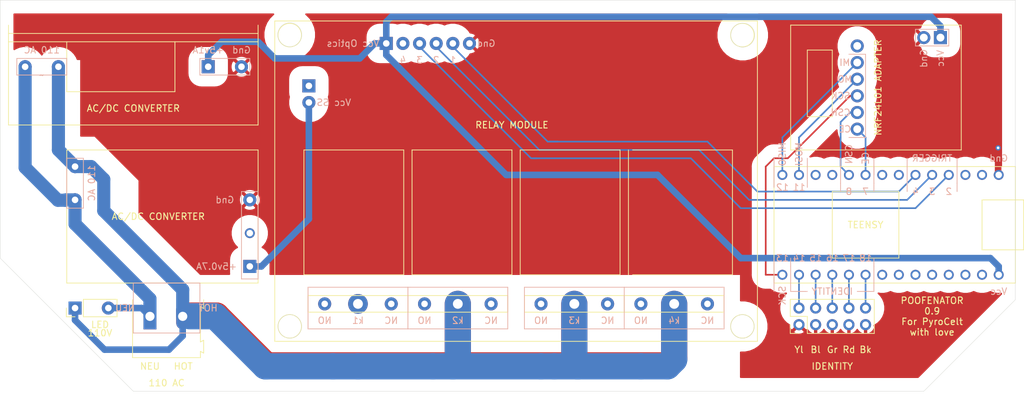
<source format=kicad_pcb>
(kicad_pcb (version 20171130) (host pcbnew 5.1.5)

  (general
    (thickness 1.6)
    (drawings 27)
    (tracks 120)
    (zones 0)
    (modules 8)
    (nets 2)
  )

  (page A4)
  (layers
    (0 F.Cu signal)
    (31 B.Cu signal)
    (32 B.Adhes user)
    (33 F.Adhes user)
    (34 B.Paste user)
    (35 F.Paste user)
    (36 B.SilkS user)
    (37 F.SilkS user)
    (38 B.Mask user)
    (39 F.Mask user)
    (40 Dwgs.User user)
    (41 Cmts.User user)
    (42 Eco1.User user)
    (43 Eco2.User user)
    (44 Edge.Cuts user)
    (45 Margin user)
    (46 B.CrtYd user)
    (47 F.CrtYd user)
    (48 B.Fab user)
    (49 F.Fab user)
  )

  (setup
    (last_trace_width 4)
    (user_trace_width 1)
    (user_trace_width 2)
    (user_trace_width 4)
    (trace_clearance 0.2)
    (zone_clearance 2)
    (zone_45_only yes)
    (trace_min 0.2)
    (via_size 0.8)
    (via_drill 0.4)
    (via_min_size 0.4)
    (via_min_drill 0.3)
    (uvia_size 0.3)
    (uvia_drill 0.1)
    (uvias_allowed no)
    (uvia_min_size 0.2)
    (uvia_min_drill 0.1)
    (edge_width 0.05)
    (segment_width 0.2)
    (pcb_text_width 0.3)
    (pcb_text_size 1.5 1.5)
    (mod_edge_width 0.12)
    (mod_text_size 1 1)
    (mod_text_width 0.15)
    (pad_size 1.524 1.524)
    (pad_drill 1)
    (pad_to_mask_clearance 0.051)
    (solder_mask_min_width 0.25)
    (aux_axis_origin 0 0)
    (visible_elements FFFFFF7F)
    (pcbplotparams
      (layerselection 0x010fc_ffffffff)
      (usegerberextensions false)
      (usegerberattributes false)
      (usegerberadvancedattributes false)
      (creategerberjobfile false)
      (excludeedgelayer true)
      (linewidth 0.100000)
      (plotframeref false)
      (viasonmask false)
      (mode 1)
      (useauxorigin false)
      (hpglpennumber 1)
      (hpglpenspeed 20)
      (hpglpendiameter 15.000000)
      (psnegative false)
      (psa4output false)
      (plotreference true)
      (plotvalue true)
      (plotinvisibletext false)
      (padsonsilk false)
      (subtractmaskfromsilk false)
      (outputformat 1)
      (mirror false)
      (drillshape 0)
      (scaleselection 1)
      (outputdirectory "plots/"))
  )

  (net 0 "")
  (net 1 GND)

  (net_class Default "This is the default net class."
    (clearance 0.2)
    (trace_width 0.25)
    (via_dia 0.8)
    (via_drill 0.4)
    (uvia_dia 0.3)
    (uvia_drill 0.1)
    (add_net GND)
  )

  (module "Poofer Control:4relaymodule" (layer F.Cu) (tedit 5E0FE9E5) (tstamp 5DC7AC68)
    (at 114.3 50.8)
    (fp_text reference b1 (at 37.465 14.605) (layer F.SilkS) hide
      (effects (font (size 1 1) (thickness 0.15)))
    )
    (fp_text value 4relaymodule (at 0 -0.5) (layer F.Fab)
      (effects (font (size 1 1) (thickness 0.15)))
    )
    (fp_text user "RELAY MODULE" (at 36.195 16.51) (layer F.SilkS)
      (effects (font (size 1 1) (thickness 0.15)))
    )
    (fp_circle (center 2.286 47.244) (end 1.016 48.514) (layer F.SilkS) (width 0.12))
    (fp_circle (center 71.374 47.244) (end 72.644 48.514) (layer F.SilkS) (width 0.12))
    (fp_circle (center 71.374 2.794) (end 72.644 1.524) (layer F.SilkS) (width 0.12))
    (fp_circle (center 2.286 2.794) (end 3.556 4.064) (layer F.SilkS) (width 0.12))
    (fp_text user Gnd (at 32.258 4.064) (layer B.SilkS)
      (effects (font (size 1 1) (thickness 0.15)) (justify mirror))
    )
    (fp_text user 1 (at 27.178 6.604) (layer B.SilkS)
      (effects (font (size 1 1) (thickness 0.15)) (justify mirror))
    )
    (fp_text user 2 (at 24.638 6.604) (layer B.SilkS)
      (effects (font (size 1 1) (thickness 0.15)) (justify mirror))
    )
    (fp_text user 3 (at 22.098 6.604) (layer B.SilkS)
      (effects (font (size 1 1) (thickness 0.15)) (justify mirror))
    )
    (fp_text user 4 (at 19.558 6.604) (layer B.SilkS)
      (effects (font (size 1 1) (thickness 0.15)) (justify mirror))
    )
    (fp_text user "Vcc Optics" (at 11.938 4.064) (layer B.SilkS)
      (effects (font (size 1 1) (thickness 0.15)) (justify mirror))
    )
    (fp_text user "Vcc SS" (at 9.017 13.081) (layer B.SilkS)
      (effects (font (size 1 1) (thickness 0.15)) (justify mirror))
    )
    (fp_line (start 68.58 47.625) (end 53.34 47.625) (layer B.SilkS) (width 0.12))
    (fp_line (start 68.58 41.275) (end 68.58 47.625) (layer B.SilkS) (width 0.12))
    (fp_line (start 53.34 41.275) (end 68.58 41.275) (layer B.SilkS) (width 0.12))
    (fp_line (start 53.34 41.275) (end 38.1 41.275) (layer B.SilkS) (width 0.12))
    (fp_line (start 53.34 47.625) (end 53.34 41.275) (layer B.SilkS) (width 0.12))
    (fp_line (start 38.1 47.625) (end 53.34 47.625) (layer B.SilkS) (width 0.12))
    (fp_line (start 38.1 41.275) (end 38.1 47.625) (layer B.SilkS) (width 0.12))
    (fp_line (start 35.56 47.625) (end 20.32 47.625) (layer B.SilkS) (width 0.12))
    (fp_line (start 35.56 41.275) (end 35.56 47.625) (layer B.SilkS) (width 0.12))
    (fp_line (start 20.32 41.275) (end 35.56 41.275) (layer B.SilkS) (width 0.12))
    (fp_line (start 5.08 47.625) (end 5.08 41.275) (layer B.SilkS) (width 0.12))
    (fp_line (start 20.32 47.625) (end 5.08 47.625) (layer B.SilkS) (width 0.12))
    (fp_line (start 20.32 41.275) (end 20.32 47.625) (layer B.SilkS) (width 0.12))
    (fp_line (start 5.08 41.275) (end 20.32 41.275) (layer B.SilkS) (width 0.12))
    (fp_text user NO (at 7.62 46.355) (layer B.SilkS)
      (effects (font (size 1 1) (thickness 0.15)) (justify mirror))
    )
    (fp_text user k1 (at 12.7 46.355) (layer B.SilkS)
      (effects (font (size 1 1) (thickness 0.15)) (justify mirror))
    )
    (fp_text user NC (at 17.78 46.355) (layer B.SilkS)
      (effects (font (size 1 1) (thickness 0.15)) (justify mirror))
    )
    (fp_text user NO (at 22.86 46.355) (layer B.SilkS)
      (effects (font (size 1 1) (thickness 0.15)) (justify mirror))
    )
    (fp_text user k2 (at 27.94 46.355) (layer B.SilkS)
      (effects (font (size 1 1) (thickness 0.15)) (justify mirror))
    )
    (fp_text user NC (at 33.02 46.355) (layer B.SilkS)
      (effects (font (size 1 1) (thickness 0.15)) (justify mirror))
    )
    (fp_text user NO (at 40.64 46.355) (layer B.SilkS)
      (effects (font (size 1 1) (thickness 0.15)) (justify mirror))
    )
    (fp_text user k3 (at 45.72 46.355) (layer B.SilkS)
      (effects (font (size 1 1) (thickness 0.15)) (justify mirror))
    )
    (fp_text user NC (at 50.8 46.355) (layer B.SilkS)
      (effects (font (size 1 1) (thickness 0.15)) (justify mirror))
    )
    (fp_text user NO (at 55.88 46.355) (layer B.SilkS)
      (effects (font (size 1 1) (thickness 0.15)) (justify mirror))
    )
    (fp_text user k4 (at 60.96 46.355) (layer B.SilkS)
      (effects (font (size 1 1) (thickness 0.15)) (justify mirror))
    )
    (fp_text user NC (at 66.04 46.355) (layer B.SilkS)
      (effects (font (size 1 1) (thickness 0.15)) (justify mirror))
    )
    (fp_line (start 53.34 42.545) (end 53.34 45.085) (layer F.SilkS) (width 0.12))
    (fp_line (start 68.58 42.545) (end 38.1 42.545) (layer F.SilkS) (width 0.12))
    (fp_line (start 68.58 45.085) (end 68.58 42.545) (layer F.SilkS) (width 0.12))
    (fp_line (start 38.1 45.085) (end 68.58 45.085) (layer F.SilkS) (width 0.12))
    (fp_line (start 38.1 42.545) (end 38.1 45.085) (layer F.SilkS) (width 0.12))
    (fp_line (start 20.32 42.545) (end 20.32 45.085) (layer F.SilkS) (width 0.12))
    (fp_line (start 5.08 45.085) (end 5.08 42.545) (layer F.SilkS) (width 0.12))
    (fp_line (start 35.56 45.085) (end 5.08 45.085) (layer F.SilkS) (width 0.12))
    (fp_line (start 35.56 42.545) (end 35.56 45.085) (layer F.SilkS) (width 0.12))
    (fp_line (start 5.08 42.545) (end 35.56 42.545) (layer F.SilkS) (width 0.12))
    (fp_line (start 36.195 39.37) (end 36.195 20.32) (layer F.SilkS) (width 0.12))
    (fp_line (start 36.195 20.32) (end 20.955 20.32) (layer F.SilkS) (width 0.12))
    (fp_line (start 20.955 20.32) (end 20.955 39.37) (layer F.SilkS) (width 0.12))
    (fp_line (start 20.955 39.37) (end 36.195 39.37) (layer F.SilkS) (width 0.12))
    (fp_line (start 52.705 39.37) (end 52.705 20.32) (layer F.SilkS) (width 0.12))
    (fp_line (start 52.705 20.32) (end 37.465 20.32) (layer F.SilkS) (width 0.12))
    (fp_line (start 37.465 20.32) (end 37.465 39.37) (layer F.SilkS) (width 0.12))
    (fp_line (start 37.465 39.37) (end 52.705 39.37) (layer F.SilkS) (width 0.12))
    (fp_line (start 69.85 39.37) (end 69.85 20.32) (layer F.SilkS) (width 0.12))
    (fp_line (start 69.85 20.32) (end 54.61 20.32) (layer F.SilkS) (width 0.12))
    (fp_line (start 53.975 20.32) (end 53.975 39.37) (layer F.SilkS) (width 0.12))
    (fp_line (start 54.61 39.37) (end 69.85 39.37) (layer F.SilkS) (width 0.12))
    (fp_line (start 4.445 20.32) (end 4.445 39.37) (layer F.SilkS) (width 0.12))
    (fp_line (start 19.685 20.32) (end 4.445 20.32) (layer F.SilkS) (width 0.12))
    (fp_line (start 19.685 39.37) (end 19.685 20.32) (layer F.SilkS) (width 0.12))
    (fp_line (start 4.445 39.37) (end 19.685 39.37) (layer F.SilkS) (width 0.12))
    (fp_line (start 0 49.53) (end 0 0.635) (layer F.SilkS) (width 0.12))
    (fp_line (start 73.66 49.53) (end 0 49.53) (layer F.SilkS) (width 0.12))
    (fp_line (start 73.66 0.635) (end 73.66 49.53) (layer F.SilkS) (width 0.12))
    (fp_line (start 0 0.635) (end 73.66 0.635) (layer F.SilkS) (width 0.12))
    (pad 12 thru_hole circle (at 29.718 4.064 270) (size 2 2) (drill 1) (layers *.Cu *.Mask)
      (net 1 GND))
    (pad 11 thru_hole circle (at 27.178 4.064 270) (size 2 2) (drill 1) (layers *.Cu *.Mask))
    (pad 10 thru_hole circle (at 24.638 4.064 270) (size 2 2) (drill 1) (layers *.Cu *.Mask))
    (pad 9 thru_hole circle (at 22.098 4.064 270) (size 2 2) (drill 1) (layers *.Cu *.Mask))
    (pad 8 thru_hole circle (at 19.558 4.064 270) (size 2 2) (drill 1) (layers *.Cu *.Mask))
    (pad 7 thru_hole rect (at 17.018 4.064 270) (size 2 2) (drill 1) (layers *.Cu *.Mask))
    (pad 6 thru_hole circle (at 5.207 13.081) (size 2 2) (drill 1) (layers *.Cu *.Mask))
    (pad 5 thru_hole rect (at 5.207 10.541 270) (size 2 2) (drill 1) (layers *.Cu *.Mask))
    (pad k3NC thru_hole circle (at 33.02 43.815) (size 2 2) (drill 1) (layers *.Cu *.Mask))
    (pad k3 thru_hole circle (at 27.94 43.815) (size 3 3) (drill 1.5) (layers *.Cu *.Mask))
    (pad k3NO thru_hole circle (at 22.86 43.815) (size 2 2) (drill 1) (layers *.Cu *.Mask))
    (pad k4NC thru_hole circle (at 17.78 43.815) (size 2 2) (drill 1) (layers *.Cu *.Mask))
    (pad k4 thru_hole circle (at 12.7 43.815) (size 3 3) (drill 1.5) (layers *.Cu *.Mask))
    (pad k4NO thru_hole circle (at 7.62 43.815) (size 2 2) (drill 1) (layers *.Cu *.Mask))
    (pad k2NO thru_hole circle (at 40.64 43.815) (size 2 2) (drill 1) (layers *.Cu *.Mask))
    (pad k2 thru_hole circle (at 45.72 43.815) (size 3 3) (drill 1.5) (layers *.Cu *.Mask))
    (pad k2NC thru_hole circle (at 50.8 43.815) (size 2 2) (drill 1) (layers *.Cu *.Mask))
    (pad K1NO thru_hole circle (at 55.88 43.815) (size 2 2) (drill 1) (layers *.Cu *.Mask))
    (pad k1 thru_hole circle (at 60.96 43.815) (size 3 3) (drill 1.5) (layers *.Cu *.Mask))
    (pad k4NC thru_hole circle (at 66.04 43.815) (size 2 2) (drill 1) (layers *.Cu *.Mask))
  )

  (module TerminalBlock:TerminalBlock_Altech_AK300-2_P5.00mm (layer F.Cu) (tedit 5E0FE876) (tstamp 5DC7EB56)
    (at 95.25 96.52)
    (descr "Altech AK300 terminal block, pitch 5.0mm, 45 degree angled, see http://www.mouser.com/ds/2/16/PCBMETRC-24178.pdf")
    (tags "Altech AK300 terminal block pitch 5.0mm")
    (fp_text reference REF** (at -1.92 -6.99) (layer F.SilkS) hide
      (effects (font (size 1 1) (thickness 0.15)))
    )
    (fp_text value TerminalBlock_Altech_AK300-2_P5.00mm (at 2.78 7.75) (layer F.Fab)
      (effects (font (size 1 1) (thickness 0.15)))
    )
    (fp_line (start 8.36 6.47) (end -2.83 6.47) (layer F.CrtYd) (width 0.05))
    (fp_line (start 8.36 6.47) (end 8.36 -2.54) (layer F.CrtYd) (width 0.05))
    (fp_line (start -2.83 -2.54) (end -2.83 6.47) (layer F.CrtYd) (width 0.05))
    (fp_line (start 3.36 -0.25) (end 6.67 -0.25) (layer F.Fab) (width 0.1))
    (fp_line (start 2.98 -0.25) (end 3.36 -0.25) (layer F.Fab) (width 0.1))
    (fp_line (start 7.05 -0.25) (end 6.67 -0.25) (layer F.Fab) (width 0.1))
    (fp_line (start 6.67 -0.64) (end 3.36 -0.64) (layer F.Fab) (width 0.1))
    (fp_line (start 7.61 -0.64) (end 6.67 -0.64) (layer F.Fab) (width 0.1))
    (fp_line (start 1.66 -0.64) (end 3.36 -0.64) (layer F.Fab) (width 0.1))
    (fp_line (start -1.64 -0.64) (end 1.66 -0.64) (layer F.Fab) (width 0.1))
    (fp_line (start -2.58 -0.64) (end -1.64 -0.64) (layer F.Fab) (width 0.1))
    (fp_line (start 1.66 -0.25) (end -1.64 -0.25) (layer F.Fab) (width 0.1))
    (fp_line (start 2.04 -0.25) (end 1.66 -0.25) (layer F.Fab) (width 0.1))
    (fp_line (start -2.02 -0.25) (end -1.64 -0.25) (layer F.Fab) (width 0.1))
    (fp_line (start 7.61 -2.54) (end 7.61 -1.65) (layer F.Fab) (width 0.1))
    (fp_line (start 7.61 -0.64) (end 7.61 4.06) (layer F.Fab) (width 0.1))
    (fp_line (start 7.61 -1.65) (end 7.61 -0.64) (layer F.Fab) (width 0.1))
    (fp_line (start -2.58 -0.64) (end -2.58 -2.54) (layer F.Fab) (width 0.1))
    (fp_line (start -2.58 6.22) (end -2.58 -0.64) (layer F.Fab) (width 0.1))
    (fp_line (start 6.67 0.51) (end 6.28 0.51) (layer F.Fab) (width 0.1))
    (fp_line (start 3.36 0.51) (end 3.74 0.51) (layer F.Fab) (width 0.1))
    (fp_line (start 1.66 0.51) (end 1.28 0.51) (layer F.Fab) (width 0.1))
    (fp_line (start -1.64 0.51) (end -1.26 0.51) (layer F.Fab) (width 0.1))
    (fp_line (start -1.64 3.68) (end -1.64 0.51) (layer F.Fab) (width 0.1))
    (fp_line (start 1.66 3.68) (end -1.64 3.68) (layer F.Fab) (width 0.1))
    (fp_line (start 1.66 3.68) (end 1.66 0.51) (layer F.Fab) (width 0.1))
    (fp_line (start 3.36 3.68) (end 3.36 0.51) (layer F.Fab) (width 0.1))
    (fp_line (start 6.67 3.68) (end 3.36 3.68) (layer F.Fab) (width 0.1))
    (fp_line (start 6.67 3.68) (end 6.67 0.51) (layer F.Fab) (width 0.1))
    (fp_line (start -2.02 4.32) (end -2.02 6.22) (layer F.Fab) (width 0.1))
    (fp_line (start 2.04 4.32) (end 2.04 -0.25) (layer F.Fab) (width 0.1))
    (fp_line (start 2.04 4.32) (end -2.02 4.32) (layer F.Fab) (width 0.1))
    (fp_line (start 7.05 4.32) (end 7.05 6.22) (layer F.Fab) (width 0.1))
    (fp_line (start 2.98 4.32) (end 2.98 -0.25) (layer F.Fab) (width 0.1))
    (fp_line (start 2.98 4.32) (end 7.05 4.32) (layer F.Fab) (width 0.1))
    (fp_line (start -2.02 6.22) (end 2.04 6.22) (layer F.Fab) (width 0.1))
    (fp_line (start -2.58 6.22) (end -2.02 6.22) (layer F.Fab) (width 0.1))
    (fp_line (start -2.02 -0.25) (end -2.02 4.32) (layer F.Fab) (width 0.1))
    (fp_line (start 2.04 6.22) (end 2.98 6.22) (layer F.Fab) (width 0.1))
    (fp_line (start 2.04 6.22) (end 2.04 4.32) (layer F.Fab) (width 0.1))
    (fp_line (start 7.05 6.22) (end 7.61 6.22) (layer F.Fab) (width 0.1))
    (fp_line (start 2.98 6.22) (end 7.05 6.22) (layer F.Fab) (width 0.1))
    (fp_line (start 7.05 -0.25) (end 7.05 4.32) (layer F.Fab) (width 0.1))
    (fp_line (start 2.98 6.22) (end 2.98 4.32) (layer F.Fab) (width 0.1))
    (fp_line (start 8.11 3.81) (end 8.11 5.46) (layer F.Fab) (width 0.1))
    (fp_line (start 7.61 4.06) (end 7.61 5.21) (layer F.Fab) (width 0.1))
    (fp_line (start 8.11 3.81) (end 7.61 4.06) (layer F.Fab) (width 0.1))
    (fp_line (start 7.61 5.21) (end 7.61 6.22) (layer F.Fab) (width 0.1))
    (fp_line (start 8.11 5.46) (end 7.61 5.21) (layer F.Fab) (width 0.1))
    (fp_line (start 8.11 -1.4) (end 7.61 -1.65) (layer F.Fab) (width 0.1))
    (fp_line (start 8.11 -2.54) (end 8.11 -1.4) (layer F.Fab) (width 0.1))
    (fp_line (start 3.74 2.54) (end 3.74 -0.25) (layer F.Fab) (width 0.1))
    (fp_line (start 3.74 -0.25) (end 6.28 -0.25) (layer F.Fab) (width 0.1))
    (fp_line (start 6.28 2.54) (end 6.28 -0.25) (layer F.Fab) (width 0.1))
    (fp_line (start 3.74 2.54) (end 6.28 2.54) (layer F.Fab) (width 0.1))
    (fp_line (start -1.26 2.54) (end -1.26 -0.25) (layer F.Fab) (width 0.1))
    (fp_line (start -1.26 -0.25) (end 1.28 -0.25) (layer F.Fab) (width 0.1))
    (fp_line (start 1.28 2.54) (end 1.28 -0.25) (layer F.Fab) (width 0.1))
    (fp_line (start -1.26 2.54) (end 1.28 2.54) (layer F.Fab) (width 0.1))
    (fp_line (start 8.2 -1.2) (end 8.2 -2.54) (layer F.SilkS) (width 0.12))
    (fp_line (start 7.7 -1.5) (end 8.2 -1.2) (layer F.SilkS) (width 0.12))
    (fp_line (start 7.7 3.9) (end 7.7 -1.5) (layer F.SilkS) (width 0.12))
    (fp_line (start 8.2 3.65) (end 7.7 3.9) (layer F.SilkS) (width 0.12))
    (fp_line (start 8.2 3.7) (end 8.2 3.65) (layer F.SilkS) (width 0.12))
    (fp_line (start 8.2 5.6) (end 8.2 3.7) (layer F.SilkS) (width 0.12))
    (fp_line (start 7.7 5.35) (end 8.2 5.6) (layer F.SilkS) (width 0.12))
    (fp_line (start 7.7 6.3) (end 7.7 5.35) (layer F.SilkS) (width 0.12))
    (fp_line (start -2.65 6.3) (end 7.7 6.3) (layer F.SilkS) (width 0.12))
    (fp_line (start -2.65 -2.54) (end -2.65 6.3) (layer F.SilkS) (width 0.12))
    (fp_text user %R (at 2.5 -2) (layer F.Fab) hide
      (effects (font (size 1 1) (thickness 0.15)))
    )
    (pad 2 thru_hole oval (at 5 0) (size 1.98 3.96) (drill 1.4) (layers *.Cu *.Mask))
    (pad 1 thru_hole rect (at 0 0) (size 1.98 3.96) (drill 1.4) (layers *.Cu *.Mask))
    (model ${KISYS3DMOD}/TerminalBlock.3dshapes/TerminalBlock_Altech_AK300-2_P5.00mm.wrl
      (at (xyz 0 0 0))
      (scale (xyz 1 1 1))
      (rotate (xyz 0 0 0))
    )
  )

  (module "Poofer Control:ACDCPSU-XL-007" (layer F.Cu) (tedit 5E0FE897) (tstamp 5DC7BEF0)
    (at 81.28 71.12)
    (fp_text reference PSU2 (at 15.24 7.62) (layer F.SilkS) hide
      (effects (font (size 1 1) (thickness 0.15)))
    )
    (fp_text value ACDCPSU-XL-007 (at 0 -0.5) (layer F.Fab)
      (effects (font (size 1 1) (thickness 0.15)))
    )
    (fp_line (start 27.94 19.685) (end 27.94 6.35) (layer B.SilkS) (width 0.12))
    (fp_line (start 30.48 19.685) (end 27.94 19.685) (layer B.SilkS) (width 0.12))
    (fp_line (start 30.48 6.35) (end 30.48 19.685) (layer B.SilkS) (width 0.12))
    (fp_line (start 27.94 6.35) (end 30.48 6.35) (layer B.SilkS) (width 0.12))
    (fp_line (start 1.27 1.27) (end 3.81 1.27) (layer B.SilkS) (width 0.12))
    (fp_line (start 1.27 8.89) (end 1.27 1.27) (layer B.SilkS) (width 0.12))
    (fp_line (start 3.81 8.89) (end 1.27 8.89) (layer B.SilkS) (width 0.12))
    (fp_line (start 3.81 1.27) (end 3.81 8.89) (layer B.SilkS) (width 0.12))
    (fp_text user Gnd (at 25.4 7.62) (layer B.SilkS)
      (effects (font (size 1 1) (thickness 0.15)) (justify mirror))
    )
    (fp_text user +5v0.7A (at 24.13 17.78) (layer B.SilkS)
      (effects (font (size 1 1) (thickness 0.15)) (justify mirror))
    )
    (fp_text user "110 AC" (at 5.08 5.08 90) (layer B.SilkS)
      (effects (font (size 1 1) (thickness 0.15)) (justify mirror))
    )
    (fp_text user "AC/DC CONVERTER" (at 15.24 10.16) (layer F.SilkS)
      (effects (font (size 1 1) (thickness 0.15)))
    )
    (fp_line (start 1.27 20.32) (end 1.27 0) (layer F.SilkS) (width 0.12))
    (fp_line (start 30.48 20.32) (end 1.27 20.32) (layer F.SilkS) (width 0.12))
    (fp_line (start 30.48 0) (end 30.48 20.32) (layer F.SilkS) (width 0.12))
    (fp_line (start 1.27 0) (end 30.48 0) (layer F.SilkS) (width 0.12))
    (pad 4 thru_hole circle (at 29.21 7.62) (size 2 2) (drill 1) (layers *.Cu *.Mask)
      (net 1 GND))
    (pad 6 thru_hole circle (at 29.21 12.7) (size 1.524 1.524) (drill 1) (layers *.Cu *.Mask))
    (pad 3 thru_hole rect (at 29.21 17.78) (size 2 2) (drill 1) (layers *.Cu *.Mask))
    (pad 2 thru_hole circle (at 2.54 7.62) (size 2 2) (drill 1) (layers *.Cu *.Mask))
    (pad 1 thru_hole circle (at 2.54 2.54) (size 2 2) (drill 1) (layers *.Cu *.Mask))
  )

  (module "Poofer Control:TeensyLC" (layer F.Cu) (tedit 5E0FEC84) (tstamp 5DC7BBDC)
    (at 190.5 73.66)
    (fp_text reference b3 (at 3.81 5.08 180) (layer F.SilkS) hide
      (effects (font (size 1 1) (thickness 0.15)))
    )
    (fp_text value TeensyLC (at 0 -0.5 180) (layer F.Fab)
      (effects (font (size 1 1) (thickness 0.15)))
    )
    (fp_line (start 27.94 2.54) (end 27.94 3.81) (layer B.SilkS) (width 0.12))
    (fp_line (start 20.32 2.54) (end 20.32 3.81) (layer B.SilkS) (width 0.12))
    (fp_line (start 15.24 2.54) (end 15.24 3.81) (layer B.SilkS) (width 0.12))
    (fp_line (start 10.16 2.54) (end 10.16 3.81) (layer B.SilkS) (width 0.12))
    (fp_line (start 2.54 13.97) (end 2.54 15.24) (layer B.SilkS) (width 0.12))
    (fp_line (start 15.24 13.97) (end 15.24 15.24) (layer B.SilkS) (width 0.12))
    (fp_line (start 20.32 -1.27) (end 20.32 2.54) (layer B.SilkS) (width 0.12))
    (fp_line (start 27.94 -1.27) (end 27.94 2.54) (layer B.SilkS) (width 0.12))
    (fp_text user TRIGGER (at 24.13 -1.27 180) (layer B.SilkS)
      (effects (font (size 1 1) (thickness 0.15)) (justify mirror))
    )
    (fp_text user 4 (at 21.59 3.81 180) (layer B.SilkS)
      (effects (font (size 1 1) (thickness 0.15)) (justify mirror))
    )
    (fp_text user 3 (at 24.13 3.81 180) (layer B.SilkS)
      (effects (font (size 1 1) (thickness 0.15)) (justify mirror))
    )
    (fp_text user 2 (at 26.67 3.81 180) (layer B.SilkS)
      (effects (font (size 1 1) (thickness 0.15)) (justify mirror))
    )
    (fp_line (start 10.16 -1.27) (end 10.16 0) (layer B.SilkS) (width 0.12))
    (fp_line (start 15.24 -1.27) (end 15.24 1.27) (layer B.SilkS) (width 0.12))
    (fp_line (start 15.24 0) (end 15.24 2.54) (layer B.SilkS) (width 0.12))
    (fp_line (start 10.16 0) (end 10.16 2.54) (layer B.SilkS) (width 0.12))
    (fp_text user CSN (at 11.43 -1.905 90) (layer B.SilkS)
      (effects (font (size 1 1) (thickness 0.15)) (justify mirror))
    )
    (fp_text user CE (at 13.97 -1.27 90) (layer B.SilkS)
      (effects (font (size 1 1) (thickness 0.15)) (justify mirror))
    )
    (fp_text user 8 (at 11.43 3.81 180) (layer B.SilkS)
      (effects (font (size 1 1) (thickness 0.15)) (justify mirror))
    )
    (fp_text user 7 (at 13.97 3.81 180) (layer B.SilkS)
      (effects (font (size 1 1) (thickness 0.15)) (justify mirror))
    )
    (fp_line (start 15.24 19.05) (end 15.24 15.24) (layer B.SilkS) (width 0.12))
    (fp_line (start 12.7 19.05) (end 15.24 19.05) (layer B.SilkS) (width 0.12))
    (fp_line (start 2.54 19.05) (end 5.08 19.05) (layer B.SilkS) (width 0.12))
    (fp_line (start 2.54 15.24) (end 2.54 19.05) (layer B.SilkS) (width 0.12))
    (fp_text user IDENTITY (at 8.89 19.05 180) (layer B.SilkS)
      (effects (font (size 1 1) (thickness 0.15)) (justify mirror))
    )
    (fp_text user 18 (at 13.97 13.97 180) (layer B.SilkS)
      (effects (font (size 1 1) (thickness 0.15)) (justify mirror))
    )
    (fp_text user 17 (at 11.43 13.97 180) (layer B.SilkS)
      (effects (font (size 1 1) (thickness 0.15)) (justify mirror))
    )
    (fp_text user 16 (at 8.89 13.97 180) (layer B.SilkS)
      (effects (font (size 1 1) (thickness 0.15)) (justify mirror))
    )
    (fp_text user 15 (at 6.35 13.97 180) (layer B.SilkS)
      (effects (font (size 1 1) (thickness 0.15)) (justify mirror))
    )
    (fp_text user 14 (at 3.81 13.97 180) (layer B.SilkS)
      (effects (font (size 1 1) (thickness 0.15)) (justify mirror))
    )
    (fp_text user Vcc (at 34.29 19.05 180) (layer B.SilkS)
      (effects (font (size 1 1) (thickness 0.15)) (justify mirror))
    )
    (fp_text user Gnd (at 34.29 -1.27 180) (layer B.SilkS)
      (effects (font (size 1 1) (thickness 0.15)) (justify mirror))
    )
    (fp_text user TEENSY (at 13.97 8.89 180) (layer F.SilkS)
      (effects (font (size 1 1) (thickness 0.15)))
    )
    (fp_line (start 8.89 3.81) (end 8.89 13.97) (layer F.SilkS) (width 0.12))
    (fp_line (start 19.05 3.81) (end 8.89 3.81) (layer F.SilkS) (width 0.12))
    (fp_line (start 19.05 13.97) (end 19.05 3.81) (layer F.SilkS) (width 0.12))
    (fp_line (start 8.89 13.97) (end 19.05 13.97) (layer F.SilkS) (width 0.12))
    (fp_line (start 31.75 5.08) (end 35.56 5.08) (layer F.SilkS) (width 0.12))
    (fp_line (start 31.75 12.7) (end 31.75 5.08) (layer F.SilkS) (width 0.12))
    (fp_line (start 38.1 12.7) (end 31.75 12.7) (layer F.SilkS) (width 0.12))
    (fp_line (start 38.1 5.08) (end 38.1 12.7) (layer F.SilkS) (width 0.12))
    (fp_line (start 35.56 5.08) (end 38.1 5.08) (layer F.SilkS) (width 0.12))
    (fp_line (start 0 17.78) (end 0 0) (layer F.SilkS) (width 0.12))
    (fp_line (start 36.83 17.78) (end 0 17.78) (layer F.SilkS) (width 0.12))
    (fp_line (start 36.83 0) (end 36.83 17.78) (layer F.SilkS) (width 0.12))
    (fp_line (start 0 0) (end 36.83 0) (layer F.SilkS) (width 0.12))
    (fp_text user MISO (at 1.27 -1.905 90) (layer B.SilkS)
      (effects (font (size 1 1) (thickness 0.15)) (justify mirror))
    )
    (fp_text user MOSI (at 3.81 -1.905 90) (layer B.SilkS)
      (effects (font (size 1 1) (thickness 0.15)) (justify mirror))
    )
    (fp_text user SCK (at 1.27 19.685 90) (layer B.SilkS)
      (effects (font (size 1 1) (thickness 0.15)) (justify mirror))
    )
    (fp_text user 11 (at 3.81 3.175) (layer B.SilkS)
      (effects (font (size 1 1) (thickness 0.15)) (justify mirror))
    )
    (fp_text user 12 (at 1.27 3.175) (layer B.SilkS)
      (effects (font (size 1 1) (thickness 0.15)) (justify mirror))
    )
    (fp_text user 13 (at 1.27 13.97) (layer B.SilkS)
      (effects (font (size 1 1) (thickness 0.15)) (justify mirror))
    )
    (fp_line (start 0 13.97) (end 0 19.05) (layer B.SilkS) (width 0.12))
    (fp_line (start 0 3.175) (end 0 -1.27) (layer B.SilkS) (width 0.12))
    (fp_line (start 5.08 -1.27) (end 5.08 3.175) (layer B.SilkS) (width 0.12))
    (pad 28 thru_hole circle (at 1.27 1.27) (size 1.524 1.524) (drill 1) (layers *.Cu *.Mask))
    (pad 27 thru_hole circle (at 3.81 1.27) (size 1.524 1.524) (drill 1) (layers *.Cu *.Mask))
    (pad 26 thru_hole circle (at 6.35 1.27) (size 1.524 1.524) (drill 1) (layers *.Cu *.Mask))
    (pad 25 thru_hole circle (at 8.89 1.27) (size 1.524 1.524) (drill 1) (layers *.Cu *.Mask))
    (pad 24 thru_hole circle (at 11.43 1.27) (size 1.524 1.524) (drill 1) (layers *.Cu *.Mask))
    (pad 23 thru_hole circle (at 13.97 1.27) (size 1.524 1.524) (drill 1) (layers *.Cu *.Mask))
    (pad 22 thru_hole circle (at 16.51 1.27) (size 1.524 1.524) (drill 1) (layers *.Cu *.Mask))
    (pad 21 thru_hole circle (at 19.05 1.27) (size 1.524 1.524) (drill 1) (layers *.Cu *.Mask))
    (pad 20 thru_hole circle (at 21.59 1.27) (size 1.524 1.524) (drill 1) (layers *.Cu *.Mask))
    (pad 19 thru_hole circle (at 24.13 1.27) (size 1.524 1.524) (drill 1) (layers *.Cu *.Mask))
    (pad 18 thru_hole circle (at 26.67 1.27) (size 1.524 1.524) (drill 1) (layers *.Cu *.Mask))
    (pad 17 thru_hole circle (at 29.21 1.27) (size 1.524 1.524) (drill 1) (layers *.Cu *.Mask))
    (pad 16 thru_hole circle (at 31.75 1.27) (size 1.524 1.524) (drill 1) (layers *.Cu *.Mask))
    (pad 15 thru_hole circle (at 34.29 1.27) (size 1.524 1.524) (drill 1) (layers *.Cu *.Mask)
      (net 1 GND))
    (pad 14 thru_hole circle (at 34.29 16.51) (size 1.524 1.524) (drill 1) (layers *.Cu *.Mask))
    (pad 13 thru_hole circle (at 31.75 16.51) (size 1.524 1.524) (drill 1) (layers *.Cu *.Mask))
    (pad 12 thru_hole circle (at 29.21 16.51) (size 1.524 1.524) (drill 1) (layers *.Cu *.Mask))
    (pad 11 thru_hole circle (at 26.67 16.51) (size 1.524 1.524) (drill 1) (layers *.Cu *.Mask))
    (pad 10 thru_hole circle (at 24.13 16.51) (size 1.524 1.524) (drill 1) (layers *.Cu *.Mask))
    (pad 9 thru_hole circle (at 21.59 16.51) (size 1.524 1.524) (drill 1) (layers *.Cu *.Mask))
    (pad 8 thru_hole circle (at 19.05 16.51) (size 1.524 1.524) (drill 1) (layers *.Cu *.Mask))
    (pad 7 thru_hole circle (at 16.51 16.51) (size 1.524 1.524) (drill 1) (layers *.Cu *.Mask))
    (pad 6 thru_hole circle (at 13.97 16.51) (size 1.524 1.524) (drill 1) (layers *.Cu *.Mask))
    (pad 5 thru_hole circle (at 11.43 16.51) (size 1.524 1.524) (drill 1) (layers *.Cu *.Mask))
    (pad 4 thru_hole circle (at 8.89 16.51) (size 1.524 1.524) (drill 1) (layers *.Cu *.Mask))
    (pad 3 thru_hole circle (at 6.35 16.51) (size 1.524 1.524) (drill 1) (layers *.Cu *.Mask))
    (pad 2 thru_hole circle (at 3.81 16.51) (size 1.524 1.524) (drill 1) (layers *.Cu *.Mask))
    (pad 1 thru_hole circle (at 1.27 16.51) (size 1.524 1.524) (drill 1) (layers *.Cu *.Mask))
  )

  (module "Poofer Control:NRF2401-Adapter" (layer F.Cu) (tedit 5E0FEA85) (tstamp 5DC7C834)
    (at 214.63 71.12 180)
    (fp_text reference b2 (at 3.81 8.89 180) (layer F.SilkS) hide
      (effects (font (size 1 1) (thickness 0.15)))
    )
    (fp_text value NRF2401-Adapter (at 0 -0.5 180) (layer F.Fab)
      (effects (font (size 1 1) (thickness 0.15)))
    )
    (fp_line (start -4.445 19.05) (end 21.59 19.05) (layer F.SilkS) (width 0.12))
    (fp_line (start -4.445 0) (end -4.445 19.05) (layer F.SilkS) (width 0.12))
    (fp_line (start 21.59 0) (end -4.445 0) (layer F.SilkS) (width 0.12))
    (fp_line (start -2.54 15.875) (end 2.54 15.875) (layer B.SilkS) (width 0.12))
    (fp_line (start -2.54 18.415) (end -2.54 15.875) (layer B.SilkS) (width 0.12))
    (fp_line (start 2.54 18.415) (end -2.54 18.415) (layer B.SilkS) (width 0.12))
    (fp_line (start 2.54 15.875) (end 2.54 18.415) (layer B.SilkS) (width 0.12))
    (fp_line (start 10.16 14.605) (end 12.7 14.605) (layer B.SilkS) (width 0.12))
    (fp_line (start 10.16 1.905) (end 10.16 14.605) (layer B.SilkS) (width 0.12))
    (fp_line (start 12.7 1.905) (end 10.16 1.905) (layer B.SilkS) (width 0.12))
    (fp_text user MI (at 13.335 13.335 180) (layer B.SilkS)
      (effects (font (size 1 1) (thickness 0.15)) (justify mirror))
    )
    (fp_text user MO (at 13.335 10.795 180) (layer B.SilkS)
      (effects (font (size 1 1) (thickness 0.15)) (justify mirror))
    )
    (fp_text user SCK (at 13.97 8.255 180) (layer B.SilkS)
      (effects (font (size 1 1) (thickness 0.15)) (justify mirror))
    )
    (fp_text user CSN (at 13.97 5.715 180) (layer B.SilkS)
      (effects (font (size 1 1) (thickness 0.15)) (justify mirror))
    )
    (fp_text user CE (at 13.335 3.175 180) (layer B.SilkS)
      (effects (font (size 1 1) (thickness 0.15)) (justify mirror))
    )
    (fp_text user Gnd (at 1.27 13.97 270) (layer B.SilkS)
      (effects (font (size 1 1) (thickness 0.15)) (justify mirror))
    )
    (fp_text user Vcc (at -1.27 13.97 270) (layer B.SilkS)
      (effects (font (size 1 1) (thickness 0.15)) (justify mirror))
    )
    (fp_text user "NRF24L01 ADAPTER" (at 8.255 9.525 270) (layer F.SilkS)
      (effects (font (size 1 1) (thickness 0.15)))
    )
    (fp_line (start 15.24 5.08) (end 19.05 5.08) (layer F.SilkS) (width 0.12))
    (fp_line (start 15.24 15.24) (end 15.24 5.08) (layer F.SilkS) (width 0.12))
    (fp_line (start 19.05 15.24) (end 15.24 15.24) (layer F.SilkS) (width 0.12))
    (fp_line (start 19.05 5.08) (end 19.05 15.24) (layer F.SilkS) (width 0.12))
    (fp_line (start 21.59 0) (end 21.59 19.05) (layer F.SilkS) (width 0.12))
    (pad 8 thru_hole circle (at 11.43 3.175 180) (size 2 2) (drill 1.2) (layers *.Cu *.Mask))
    (pad 7 thru_hole circle (at 11.43 5.715 180) (size 2 2) (drill 1.2) (layers *.Cu *.Mask))
    (pad 6 thru_hole circle (at 11.43 8.255 180) (size 2 2) (drill 1.2) (layers *.Cu *.Mask))
    (pad 5 thru_hole circle (at 11.43 10.795 180) (size 2 2) (drill 1.2) (layers *.Cu *.Mask))
    (pad 4 thru_hole circle (at 11.43 13.335 180) (size 2 2) (drill 1.2) (layers *.Cu *.Mask))
    (pad 3 thru_hole circle (at 11.43 15.875 180) (size 2 2) (drill 1.2) (layers *.Cu *.Mask))
    (pad 2 thru_hole circle (at 1.27 17.145 180) (size 2 2) (drill 1.2) (layers *.Cu *.Mask)
      (net 1 GND))
    (pad 1 thru_hole rect (at -1.27 17.145 180) (size 2 2) (drill 1.2) (layers *.Cu *.Mask))
  )

  (module "Poofer Control:ACDCPSU-SPSD-5S" (layer F.Cu) (tedit 5E0FE8AB) (tstamp 5DC7AF9A)
    (at 111.76 67.31 180)
    (fp_text reference PSU1 (at 19.05 7.62 180) (layer F.SilkS) hide
      (effects (font (size 1 1) (thickness 0.15)))
    )
    (fp_text value ACDCPSU-SPSD-5S (at 0 -0.5 180) (layer F.Fab)
      (effects (font (size 1 1) (thickness 0.15)))
    )
    (fp_line (start 36.83 7.62) (end 29.21 7.62) (layer B.SilkS) (width 0.12))
    (fp_line (start 36.83 10.16) (end 36.83 7.62) (layer B.SilkS) (width 0.12))
    (fp_line (start 29.21 10.16) (end 36.83 10.16) (layer B.SilkS) (width 0.12))
    (fp_line (start 29.21 7.62) (end 29.21 10.16) (layer B.SilkS) (width 0.12))
    (fp_line (start 8.89 7.62) (end 1.27 7.62) (layer B.SilkS) (width 0.12))
    (fp_line (start 8.89 10.16) (end 8.89 7.62) (layer B.SilkS) (width 0.12))
    (fp_line (start 1.27 10.16) (end 8.89 10.16) (layer B.SilkS) (width 0.12))
    (fp_line (start 1.27 7.62) (end 1.27 10.16) (layer B.SilkS) (width 0.12))
    (fp_text user "AC/DC CONVERTER" (at 19.05 2.54 180) (layer F.SilkS)
      (effects (font (size 1 1) (thickness 0.15)))
    )
    (fp_text user Gnd (at 2.54 11.43 180) (layer B.SilkS)
      (effects (font (size 1 1) (thickness 0.15)) (justify mirror))
    )
    (fp_text user +5v1A (at 7.62 11.43 180) (layer B.SilkS)
      (effects (font (size 1 1) (thickness 0.15)) (justify mirror))
    )
    (fp_text user "110 AC" (at 33.02 11.43 180) (layer B.SilkS)
      (effects (font (size 1 1) (thickness 0.15)) (justify mirror))
    )
    (fp_text user ~ (at 33.02 7.62 180) (layer B.SilkS)
      (effects (font (size 1 1) (thickness 0.15)))
    )
    (fp_line (start 12.7 5.08) (end 12.7 12.7) (layer F.SilkS) (width 0.12))
    (fp_line (start 29.21 5.08) (end 12.7 5.08) (layer F.SilkS) (width 0.12))
    (fp_line (start 29.21 12.7) (end 29.21 5.08) (layer F.SilkS) (width 0.12))
    (fp_line (start 0 12.7) (end 38.1 12.7) (layer F.SilkS) (width 0.12))
    (fp_line (start 0 13.97) (end 38.1 13.97) (layer F.SilkS) (width 0.12))
    (fp_line (start 0 15.24) (end 0 0) (layer F.SilkS) (width 0.12))
    (fp_line (start 38.1 0) (end 38.1 15.24) (layer F.SilkS) (width 0.12))
    (fp_line (start 0 0) (end 38.1 0) (layer F.SilkS) (width 0.12))
    (pad 4 thru_hole circle (at 30.48 8.89 180) (size 2 2) (drill 1) (layers *.Cu *.Mask))
    (pad 3 thru_hole circle (at 35.56 8.89 180) (size 2 2) (drill 1) (layers *.Cu *.Mask))
    (pad 2 thru_hole rect (at 7.62 8.89 180) (size 2 2) (drill 1) (layers *.Cu *.Mask))
    (pad 1 thru_hole circle (at 2.54 8.89 180) (size 2 2) (drill 1) (layers *.Cu *.Mask)
      (net 1 GND))
  )

  (module Connector_PinHeader_2.54mm:PinHeader_1x03_P2.54mm_Vertical (layer F.Cu) (tedit 5E0FE85B) (tstamp 5DC80053)
    (at 83.82 95.25 90)
    (descr "Through hole straight pin header, 1x03, 2.54mm pitch, single row")
    (tags "Through hole pin header THT 1x03 2.54mm single row")
    (fp_text reference LED (at -2.54 3.81 180) (layer F.SilkS)
      (effects (font (size 1 1) (thickness 0.15)))
    )
    (fp_text value PinHeader_1x03_P2.54mm_Vertical (at 0 7.41 90) (layer F.Fab)
      (effects (font (size 1 1) (thickness 0.15)))
    )
    (fp_text user %R (at 0 2.54 180) (layer F.Fab)
      (effects (font (size 1 1) (thickness 0.15)))
    )
    (fp_line (start 1.8 -1.8) (end -1.8 -1.8) (layer F.CrtYd) (width 0.05))
    (fp_line (start 1.8 6.85) (end 1.8 -1.8) (layer F.CrtYd) (width 0.05))
    (fp_line (start -1.8 6.85) (end 1.8 6.85) (layer F.CrtYd) (width 0.05))
    (fp_line (start -1.8 -1.8) (end -1.8 6.85) (layer F.CrtYd) (width 0.05))
    (fp_line (start -1.33 -1.33) (end 0 -1.33) (layer F.SilkS) (width 0.12))
    (fp_line (start -1.33 0) (end -1.33 -1.33) (layer F.SilkS) (width 0.12))
    (fp_line (start -1.33 1.27) (end 1.33 1.27) (layer F.SilkS) (width 0.12))
    (fp_line (start 1.33 1.27) (end 1.33 6.41) (layer F.SilkS) (width 0.12))
    (fp_line (start -1.33 1.27) (end -1.33 6.41) (layer F.SilkS) (width 0.12))
    (fp_line (start -1.33 6.41) (end 1.33 6.41) (layer F.SilkS) (width 0.12))
    (fp_line (start -1.27 -0.635) (end -0.635 -1.27) (layer F.Fab) (width 0.1))
    (fp_line (start -1.27 6.35) (end -1.27 -0.635) (layer F.Fab) (width 0.1))
    (fp_line (start 1.27 6.35) (end -1.27 6.35) (layer F.Fab) (width 0.1))
    (fp_line (start 1.27 -1.27) (end 1.27 6.35) (layer F.Fab) (width 0.1))
    (fp_line (start -0.635 -1.27) (end 1.27 -1.27) (layer F.Fab) (width 0.1))
    (pad 3 thru_hole oval (at 0 5.08 90) (size 2 2) (drill 1) (layers *.Cu *.Mask))
    (pad 1 thru_hole rect (at 0 0 90) (size 2 2) (drill 1) (layers *.Cu *.Mask))
    (model ${KISYS3DMOD}/Connector_PinHeader_2.54mm.3dshapes/PinHeader_1x03_P2.54mm_Vertical.wrl
      (at (xyz 0 0 0))
      (scale (xyz 1 1 1))
      (rotate (xyz 0 0 0))
    )
  )

  (module Connector_PinHeader_2.54mm:PinHeader_2x05_P2.54mm_Vertical (layer F.Cu) (tedit 5E0FE78E) (tstamp 5DC7F7F0)
    (at 194.31 97.79 90)
    (descr "Through hole straight pin header, 2x05, 2.54mm pitch, double rows")
    (tags "Through hole pin header THT 2x05 2.54mm double row")
    (fp_text reference REF** (at 1.27 -2.33 90) (layer F.SilkS) hide
      (effects (font (size 1 1) (thickness 0.15)))
    )
    (fp_text value PinHeader_2x05_P2.54mm_Vertical (at 1.27 12.49 90) (layer F.Fab)
      (effects (font (size 1 1) (thickness 0.15)))
    )
    (fp_line (start 0 -1.27) (end 3.81 -1.27) (layer F.Fab) (width 0.1))
    (fp_line (start 3.81 -1.27) (end 3.81 11.43) (layer F.Fab) (width 0.1))
    (fp_line (start 3.81 11.43) (end -1.27 11.43) (layer F.Fab) (width 0.1))
    (fp_line (start -1.27 11.43) (end -1.27 0) (layer F.Fab) (width 0.1))
    (fp_line (start -1.27 0) (end 0 -1.27) (layer F.Fab) (width 0.1))
    (fp_line (start -1.33 11.49) (end 3.87 11.49) (layer F.SilkS) (width 0.12))
    (fp_line (start -1.33 1.27) (end -1.33 11.49) (layer F.SilkS) (width 0.12))
    (fp_line (start 3.87 -1.33) (end 3.87 11.49) (layer F.SilkS) (width 0.12))
    (fp_line (start -1.33 1.27) (end 1.27 1.27) (layer F.SilkS) (width 0.12))
    (fp_line (start 1.27 1.27) (end 1.27 -1.33) (layer F.SilkS) (width 0.12))
    (fp_line (start 1.27 -1.33) (end 3.87 -1.33) (layer F.SilkS) (width 0.12))
    (fp_line (start -1.33 0) (end -1.33 -1.33) (layer F.SilkS) (width 0.12))
    (fp_line (start -1.33 -1.33) (end 0 -1.33) (layer F.SilkS) (width 0.12))
    (fp_line (start -1.8 -1.8) (end -1.8 11.95) (layer F.CrtYd) (width 0.05))
    (fp_line (start -1.8 11.95) (end 4.35 11.95) (layer F.CrtYd) (width 0.05))
    (fp_line (start 4.35 11.95) (end 4.35 -1.8) (layer F.CrtYd) (width 0.05))
    (fp_line (start 4.35 -1.8) (end -1.8 -1.8) (layer F.CrtYd) (width 0.05))
    (fp_text user %R (at 1.27 5.08) (layer F.Fab)
      (effects (font (size 1 1) (thickness 0.15)))
    )
    (pad 1 thru_hole circle (at 0 0 90) (size 1.7 1.7) (drill 1) (layers *.Cu *.Mask)
      (net 1 GND))
    (pad 2 thru_hole oval (at 2.54 0 90) (size 1.7 1.7) (drill 1) (layers *.Cu *.Mask))
    (pad 3 thru_hole oval (at 0 2.54 90) (size 1.7 1.7) (drill 1) (layers *.Cu *.Mask)
      (net 1 GND))
    (pad 4 thru_hole oval (at 2.54 2.54 90) (size 1.7 1.7) (drill 1) (layers *.Cu *.Mask))
    (pad 5 thru_hole oval (at 0 5.08 90) (size 1.7 1.7) (drill 1) (layers *.Cu *.Mask)
      (net 1 GND))
    (pad 6 thru_hole oval (at 2.54 5.08 90) (size 1.7 1.7) (drill 1) (layers *.Cu *.Mask))
    (pad 7 thru_hole oval (at 0 7.62 90) (size 1.7 1.7) (drill 1) (layers *.Cu *.Mask)
      (net 1 GND))
    (pad 8 thru_hole oval (at 2.54 7.62 90) (size 1.7 1.7) (drill 1) (layers *.Cu *.Mask))
    (pad 9 thru_hole oval (at 0 10.16 90) (size 1.7 1.7) (drill 1) (layers *.Cu *.Mask)
      (net 1 GND))
    (pad 10 thru_hole oval (at 2.54 10.16 90) (size 1.7 1.7) (drill 1) (layers *.Cu *.Mask))
    (model ${KISYS3DMOD}/Connector_PinHeader_2.54mm.3dshapes/PinHeader_2x05_P2.54mm_Vertical.wrl
      (at (xyz 0 0 0))
      (scale (xyz 1 1 1))
      (rotate (xyz 0 0 0))
    )
  )

  (gr_circle (center 185.674 98.062051) (end 184.404 99.332051) (layer Edge.Cuts) (width 0.05))
  (gr_circle (center 185.72762 53.594) (end 184.71162 55.118) (layer Edge.Cuts) (width 0.05))
  (gr_circle (center 116.586 53.54038) (end 118.11 54.55638) (layer Edge.Cuts) (width 0.05))
  (gr_circle (center 116.604051 98.044) (end 115.334051 99.314) (layer Edge.Cuts) (width 0.05))
  (gr_text 110V (at 87.63 99.06) (layer F.SilkS)
    (effects (font (size 1 1) (thickness 0.15)))
  )
  (gr_text "POOFENATOR\n0.9\nFor PyroCelt\nwith love" (at 214.63 96.52) (layer F.SilkS)
    (effects (font (size 1 1) (thickness 0.15)))
  )
  (gr_line (start 72.39 48.26) (end 227.33 48.26) (layer Edge.Cuts) (width 0.05) (tstamp 5DC7F851))
  (gr_line (start 72.39 87.63) (end 72.39 48.26) (layer Edge.Cuts) (width 0.05))
  (gr_line (start 92.71 107.95) (end 72.39 87.63) (layer Edge.Cuts) (width 0.05))
  (gr_line (start 213.36 107.95) (end 92.71 107.95) (layer Edge.Cuts) (width 0.05))
  (gr_line (start 227.33 93.98) (end 213.36 107.95) (layer Edge.Cuts) (width 0.05))
  (gr_line (start 227.33 48.26) (end 227.33 93.98) (layer Edge.Cuts) (width 0.05))
  (gr_text Bk (at 204.47 101.6) (layer F.SilkS)
    (effects (font (size 1 1) (thickness 0.15)))
  )
  (gr_text Rd (at 201.93 101.6) (layer F.SilkS)
    (effects (font (size 1 1) (thickness 0.15)))
  )
  (gr_text Gr (at 199.39 101.6) (layer F.SilkS)
    (effects (font (size 1 1) (thickness 0.15)))
  )
  (gr_text Bl (at 196.85 101.6) (layer F.SilkS)
    (effects (font (size 1 1) (thickness 0.15)))
  )
  (gr_text Yl (at 194.31 101.6) (layer F.SilkS)
    (effects (font (size 1 1) (thickness 0.15)))
  )
  (gr_text NEU (at 95.25 104.14) (layer F.SilkS)
    (effects (font (size 1 1) (thickness 0.15)))
  )
  (gr_text HOT (at 100.33 104.14) (layer F.SilkS)
    (effects (font (size 1 1) (thickness 0.15)))
  )
  (gr_text "110 AC" (at 97.79 106.68) (layer F.SilkS)
    (effects (font (size 1 1) (thickness 0.15)))
  )
  (gr_text NEU (at 91.44 95.25) (layer B.SilkS)
    (effects (font (size 1 1) (thickness 0.15)) (justify mirror))
  )
  (gr_text HOT (at 104.14 95.25) (layer B.SilkS)
    (effects (font (size 1 1) (thickness 0.15)) (justify mirror))
  )
  (gr_line (start 102.87 91.44) (end 102.87 99.06) (layer B.SilkS) (width 0.12) (tstamp 5DC7EB58))
  (gr_line (start 92.71 91.44) (end 102.87 91.44) (layer B.SilkS) (width 0.12))
  (gr_line (start 92.71 99.06) (end 92.71 91.44) (layer B.SilkS) (width 0.12))
  (gr_line (start 102.87 99.06) (end 92.71 99.06) (layer B.SilkS) (width 0.12))
  (gr_text IDENTITY (at 199.39 104.14) (layer F.SilkS)
    (effects (font (size 1 1) (thickness 0.15)))
  )

  (segment (start 191.77 90.17) (end 189.23 90.17) (width 0.25) (layer F.Cu) (net 0))
  (segment (start 204.47 69.215) (end 203.2 67.945) (width 0.25) (layer B.Cu) (net 0))
  (segment (start 204.47 74.93) (end 204.47 69.215) (width 0.25) (layer B.Cu) (net 0))
  (segment (start 202.12237 65.405) (end 200.66 66.86737) (width 0.25) (layer B.Cu) (net 0))
  (segment (start 203.2 65.405) (end 202.12237 65.405) (width 0.25) (layer B.Cu) (net 0))
  (segment (start 200.66 73.66) (end 201.93 74.93) (width 0.25) (layer B.Cu) (net 0))
  (segment (start 200.66 66.86737) (end 200.66 73.66) (width 0.25) (layer B.Cu) (net 0))
  (segment (start 191.77 69.215) (end 203.2 57.785) (width 0.25) (layer B.Cu) (net 0))
  (segment (start 191.77 74.93) (end 191.77 69.215) (width 0.25) (layer B.Cu) (net 0))
  (segment (start 194.31 69.215) (end 203.2 60.325) (width 0.25) (layer B.Cu) (net 0))
  (segment (start 194.31 74.93) (end 194.31 69.215) (width 0.25) (layer B.Cu) (net 0))
  (segment (start 202.12237 62.865) (end 192.59737 72.39) (width 0.25) (layer F.Cu) (net 0))
  (segment (start 203.2 62.865) (end 202.12237 62.865) (width 0.25) (layer F.Cu) (net 0))
  (segment (start 192.59737 72.39) (end 190.5 72.39) (width 0.25) (layer F.Cu) (net 0))
  (segment (start 190.5 72.39) (end 189.23 73.66) (width 0.25) (layer F.Cu) (net 0))
  (segment (start 189.23 73.66) (end 189.23 90.17) (width 0.25) (layer F.Cu) (net 0))
  (segment (start 212.09 74.93) (end 209.55 77.47) (width 0.25) (layer B.Cu) (net 0))
  (segment (start 209.55 77.47) (end 187.96 77.47) (width 0.25) (layer B.Cu) (net 0))
  (segment (start 180.34 69.85) (end 187.96 77.47) (width 0.25) (layer B.Cu) (net 0))
  (segment (start 185.42 80.01) (end 177.8 72.39) (width 0.25) (layer B.Cu) (net 0))
  (segment (start 212.09 80.01) (end 185.42 80.01) (width 0.25) (layer B.Cu) (net 0))
  (segment (start 217.17 74.93) (end 212.09 80.01) (width 0.25) (layer B.Cu) (net 0))
  (segment (start 194.31 90.17) (end 194.31 95.25) (width 0.25) (layer B.Cu) (net 0))
  (segment (start 196.85 90.17) (end 196.85 95.25) (width 0.25) (layer B.Cu) (net 0))
  (segment (start 199.39 90.17) (end 199.39 95.25) (width 0.25) (layer B.Cu) (net 0))
  (segment (start 201.93 90.17) (end 201.93 95.25) (width 0.25) (layer B.Cu) (net 0))
  (segment (start 204.47 90.17) (end 204.47 95.25) (width 0.25) (layer B.Cu) (net 0))
  (segment (start 215.9 52.213) (end 215.9 53.975) (width 1) (layer B.Cu) (net 0))
  (segment (start 214.487 50.8) (end 215.9 52.213) (width 1) (layer B.Cu) (net 0))
  (segment (start 132.08 50.8) (end 214.487 50.8) (width 1) (layer B.Cu) (net 0))
  (segment (start 123.19 104.14) (end 113.03 104.14) (width 4) (layer B.Cu) (net 0))
  (segment (start 83.82 95.25) (end 83.82 97.1) (width 1) (layer B.Cu) (net 0))
  (segment (start 100.25 96.24) (end 100.25 95.25) (width 1) (layer B.Cu) (net 0))
  (segment (start 100.25 99.5) (end 98.15 101.6) (width 1) (layer B.Cu) (net 0))
  (segment (start 100.25 96.52) (end 100.25 99.5) (width 1) (layer B.Cu) (net 0))
  (segment (start 88.32 101.6) (end 86.07 99.35) (width 1) (layer B.Cu) (net 0))
  (segment (start 98.15 101.6) (end 88.32 101.6) (width 1) (layer B.Cu) (net 0))
  (segment (start 83.82 97.1) (end 86.07 99.35) (width 1) (layer B.Cu) (net 0))
  (segment (start 156.972 104.14) (end 154.94 104.14) (width 4) (layer B.Cu) (net 0))
  (segment (start 160.02 103.632) (end 160.528 104.14) (width 4) (layer B.Cu) (net 0))
  (segment (start 170.18 104.14) (end 160.528 104.14) (width 4) (layer B.Cu) (net 0))
  (segment (start 160.02 94.615) (end 160.02 103.632) (width 4) (layer B.Cu) (net 0))
  (segment (start 160.528 104.14) (end 156.972 104.14) (width 4) (layer B.Cu) (net 0))
  (segment (start 142.24 103.378) (end 141.478 104.14) (width 4) (layer B.Cu) (net 0))
  (segment (start 154.94 104.14) (end 141.478 104.14) (width 4) (layer B.Cu) (net 0))
  (segment (start 142.24 94.615) (end 142.24 103.378) (width 4) (layer B.Cu) (net 0))
  (segment (start 141.478 104.14) (end 138.43 104.14) (width 4) (layer B.Cu) (net 0))
  (segment (start 138.43 104.14) (end 127 104.14) (width 4) (layer B.Cu) (net 0))
  (segment (start 127 104.14) (end 123.19 104.14) (width 4) (layer B.Cu) (net 0))
  (segment (start 175.26 94.615) (end 175.26 103.124) (width 4) (layer B.Cu) (net 0))
  (segment (start 174.244 104.14) (end 170.18 104.14) (width 4) (layer B.Cu) (net 0))
  (segment (start 175.26 103.124) (end 174.244 104.14) (width 4) (layer B.Cu) (net 0))
  (segment (start 112.252 88.9) (end 110.49 88.9) (width 1) (layer B.Cu) (net 0))
  (segment (start 119.507 81.645) (end 112.252 88.9) (width 1) (layer B.Cu) (net 0))
  (segment (start 224.79 90.17) (end 224.79 88.9) (width 1) (layer B.Cu) (net 0))
  (segment (start 224.79 88.9) (end 223.52 87.63) (width 1) (layer B.Cu) (net 0))
  (segment (start 223.52 87.63) (end 185.42 87.63) (width 1) (layer B.Cu) (net 0))
  (segment (start 185.42 87.63) (end 172.72 74.93) (width 1) (layer B.Cu) (net 0))
  (segment (start 131.318 51.562) (end 132.08 50.8) (width 1) (layer B.Cu) (net 0))
  (segment (start 131.318 55.372) (end 131.318 51.562) (width 1) (layer B.Cu) (net 0))
  (segment (start 141.478 55.372) (end 155.956 69.85) (width 0.25) (layer B.Cu) (net 0))
  (segment (start 155.956 69.85) (end 157.48 69.85) (width 0.25) (layer B.Cu) (net 0))
  (segment (start 156.21 69.85) (end 157.48 69.85) (width 0.25) (layer B.Cu) (net 0))
  (segment (start 157.48 69.85) (end 180.34 69.85) (width 0.25) (layer B.Cu) (net 0))
  (segment (start 186.69 78.74) (end 210.82 78.74) (width 0.25) (layer B.Cu) (net 0))
  (segment (start 210.82 78.74) (end 214.63 74.93) (width 0.25) (layer B.Cu) (net 0))
  (segment (start 179.07 71.12) (end 186.69 78.74) (width 0.25) (layer B.Cu) (net 0))
  (segment (start 138.938 55.372) (end 154.686 71.12) (width 0.25) (layer B.Cu) (net 0))
  (segment (start 154.686 71.12) (end 179.07 71.12) (width 0.25) (layer B.Cu) (net 0))
  (segment (start 153.416 72.39) (end 154.305 72.39) (width 0.25) (layer B.Cu) (net 0))
  (segment (start 136.398 55.372) (end 153.416 72.39) (width 0.25) (layer B.Cu) (net 0))
  (segment (start 177.8 72.39) (end 154.305 72.39) (width 0.25) (layer B.Cu) (net 0))
  (segment (start 154.305 72.39) (end 153.67 72.39) (width 0.25) (layer B.Cu) (net 0))
  (segment (start 119.507 81.645) (end 119.507 63.881) (width 1) (layer B.Cu) (net 0))
  (segment (start 131.318 56.626) (end 149.622 74.93) (width 1) (layer B.Cu) (net 0))
  (segment (start 131.318 54.864) (end 131.318 56.626) (width 1) (layer B.Cu) (net 0))
  (segment (start 149.622 74.93) (end 149.86 74.93) (width 1) (layer B.Cu) (net 0))
  (segment (start 172.72 74.93) (end 149.86 74.93) (width 1) (layer B.Cu) (net 0))
  (segment (start 104.14 56.658) (end 104.14 58.42) (width 1) (layer B.Cu) (net 0))
  (segment (start 106.188 54.61) (end 104.14 56.658) (width 1) (layer B.Cu) (net 0))
  (segment (start 131.318 54.864) (end 129.556 54.864) (width 1) (layer B.Cu) (net 0))
  (segment (start 129.556 54.864) (end 127.27 57.15) (width 1) (layer B.Cu) (net 0))
  (segment (start 127.27 57.15) (end 114.3 57.15) (width 1) (layer B.Cu) (net 0))
  (segment (start 114.3 57.15) (end 111.76 54.61) (width 1) (layer B.Cu) (net 0))
  (segment (start 111.76 54.61) (end 106.188 54.61) (width 1) (layer B.Cu) (net 0))
  (segment (start 175.26 102.94) (end 175.26 94.615) (width 4) (layer F.Cu) (net 0))
  (segment (start 174.2 104) (end 175.26 102.94) (width 4) (layer F.Cu) (net 0))
  (segment (start 160.02 103.42) (end 160.6 104) (width 4) (layer F.Cu) (net 0))
  (segment (start 160.02 94.615) (end 160.02 103.42) (width 4) (layer F.Cu) (net 0))
  (segment (start 160.6 104) (end 174.2 104) (width 4) (layer F.Cu) (net 0))
  (segment (start 142.24 103.54) (end 142.7 104) (width 4) (layer F.Cu) (net 0))
  (segment (start 142.24 94.615) (end 142.24 103.54) (width 4) (layer F.Cu) (net 0))
  (segment (start 112.8 104) (end 142.7 104) (width 4) (layer F.Cu) (net 0))
  (segment (start 142.7 104) (end 160.6 104) (width 4) (layer F.Cu) (net 0))
  (segment (start 86.26 73.66) (end 83.82 73.66) (width 2) (layer B.Cu) (net 0))
  (segment (start 88.2 75.6) (end 86.26 73.66) (width 2) (layer B.Cu) (net 0))
  (segment (start 88.2 80.4) (end 88.2 75.6) (width 2) (layer B.Cu) (net 0))
  (segment (start 100.25 96.52) (end 100.25 92.45) (width 2) (layer B.Cu) (net 0))
  (segment (start 100.25 92.45) (end 88.2 80.4) (width 2) (layer B.Cu) (net 0))
  (segment (start 81.28 71.12) (end 81.28 58.42) (width 2) (layer B.Cu) (net 0))
  (segment (start 83.82 73.66) (end 81.28 71.12) (width 2) (layer B.Cu) (net 0))
  (segment (start 83.82 82.42) (end 83.82 78.74) (width 2) (layer B.Cu) (net 0))
  (segment (start 95.25 96.52) (end 95.25 93.85) (width 2) (layer B.Cu) (net 0))
  (segment (start 95.25 93.85) (end 83.82 82.42) (width 2) (layer B.Cu) (net 0))
  (segment (start 76.2 73.8) (end 76.2 58.42) (width 2) (layer B.Cu) (net 0))
  (segment (start 82.345787 78.8) (end 81.2 78.8) (width 2) (layer B.Cu) (net 0))
  (segment (start 83.82 78.74) (end 82.405787 78.74) (width 2) (layer B.Cu) (net 0))
  (segment (start 81.2 78.8) (end 76.2 73.8) (width 2) (layer B.Cu) (net 0))
  (segment (start 82.405787 78.74) (end 82.345787 78.8) (width 2) (layer B.Cu) (net 0))
  (segment (start 93.98 95.25) (end 95.25 96.52) (width 1) (layer B.Cu) (net 0))
  (segment (start 88.9 95.25) (end 93.98 95.25) (width 1) (layer B.Cu) (net 0))
  (segment (start 113.03 104.14) (end 112.84 104.14) (width 4) (layer B.Cu) (net 0))
  (segment (start 112.84 104.14) (end 105.2 96.5) (width 4) (layer B.Cu) (net 0))
  (segment (start 105.2 96.5) (end 101.3 96.5) (width 4) (layer B.Cu) (net 0))
  (segment (start 112.8 104) (end 112.8 103.8) (width 4) (layer F.Cu) (net 0))
  (segment (start 112.8 103.8) (end 105.4 96.4) (width 4) (layer F.Cu) (net 0))
  (segment (start 105.4 96.4) (end 101.4 96.4) (width 4) (layer F.Cu) (net 0))
  (via (at 224.7 70.8) (size 0.8) (drill 0.4) (layers F.Cu B.Cu) (net 1))
  (segment (start 224.7 74.84) (end 224.79 74.93) (width 1) (layer F.Cu) (net 1))
  (segment (start 224.7 70.8) (end 224.7 74.84) (width 1) (layer F.Cu) (net 1))

  (zone (net 1) (net_name GND) (layer F.Cu) (tstamp 5E101820) (hatch edge 0.508)
    (connect_pads (clearance 2))
    (min_thickness 0.254)
    (fill yes (arc_segments 32) (thermal_gap 0.508) (thermal_bridge_width 0.508))
    (polygon
      (pts
        (xy 226.4 93) (xy 213 106.4) (xy 185.3 106.4) (xy 185.3 90.2) (xy 102.9 90.2)
        (xy 93.5 80.8) (xy 93.5 75.8) (xy 86.8 69.1) (xy 84.6 69.1) (xy 84.6 57.4)
        (xy 73.3 57.4) (xy 73.3 49.4) (xy 226.4 49.4)
      )
    )
    (filled_polygon
      (pts
        (xy 114.04613 50.44554) (xy 113.49116 51.00051) (xy 113.055122 51.653087) (xy 112.754775 52.37819) (xy 112.601659 53.147957)
        (xy 112.601659 53.932803) (xy 112.754775 54.70257) (xy 113.055122 55.427673) (xy 113.49116 56.08025) (xy 114.04613 56.63522)
        (xy 114.698707 57.071258) (xy 115.42381 57.371605) (xy 116.193577 57.524721) (xy 116.978423 57.524721) (xy 117.74819 57.371605)
        (xy 118.473293 57.071258) (xy 119.12587 56.63522) (xy 119.68084 56.08025) (xy 120.116878 55.427673) (xy 120.417225 54.70257)
        (xy 120.570341 53.932803) (xy 120.570341 53.864) (xy 128.180709 53.864) (xy 128.180709 55.864) (xy 128.221776 56.280965)
        (xy 128.343401 56.681906) (xy 128.540907 57.051415) (xy 128.806707 57.375293) (xy 129.130585 57.641093) (xy 129.500094 57.838599)
        (xy 129.901035 57.960224) (xy 130.318 58.001291) (xy 132.318 58.001291) (xy 132.734965 57.960224) (xy 132.996479 57.880894)
        (xy 133.550017 57.991) (xy 134.165983 57.991) (xy 134.770112 57.870831) (xy 135.128 57.722589) (xy 135.485888 57.870831)
        (xy 136.090017 57.991) (xy 136.705983 57.991) (xy 137.310112 57.870831) (xy 137.668 57.722589) (xy 138.025888 57.870831)
        (xy 138.630017 57.991) (xy 139.245983 57.991) (xy 139.850112 57.870831) (xy 140.208 57.722589) (xy 140.565888 57.870831)
        (xy 141.170017 57.991) (xy 141.785983 57.991) (xy 142.390112 57.870831) (xy 142.95919 57.635111) (xy 143.471346 57.292899)
        (xy 143.906899 56.857346) (xy 144.148029 56.496471) (xy 144.399675 56.461961) (xy 144.704088 56.356795) (xy 144.878044 56.263814)
        (xy 144.973808 55.999413) (xy 144.52891 55.554515) (xy 144.588506 55.254901) (xy 145.153413 55.819808) (xy 145.417814 55.724044)
        (xy 145.558704 55.434429) (xy 145.640384 55.122892) (xy 145.659718 54.801405) (xy 145.615961 54.482325) (xy 145.510795 54.177912)
        (xy 145.417814 54.003956) (xy 145.153413 53.908192) (xy 144.588506 54.473099) (xy 144.52891 54.173485) (xy 144.973808 53.728587)
        (xy 144.878044 53.464186) (xy 144.588429 53.323296) (xy 144.276892 53.241616) (xy 144.149655 53.233964) (xy 143.906899 52.870654)
        (xy 143.471346 52.435101) (xy 142.95919 52.092889) (xy 142.390112 51.857169) (xy 141.785983 51.737) (xy 141.170017 51.737)
        (xy 140.565888 51.857169) (xy 140.208 52.005411) (xy 139.850112 51.857169) (xy 139.245983 51.737) (xy 138.630017 51.737)
        (xy 138.025888 51.857169) (xy 137.668 52.005411) (xy 137.310112 51.857169) (xy 136.705983 51.737) (xy 136.090017 51.737)
        (xy 135.485888 51.857169) (xy 135.128 52.005411) (xy 134.770112 51.857169) (xy 134.165983 51.737) (xy 133.550017 51.737)
        (xy 132.996479 51.847106) (xy 132.734965 51.767776) (xy 132.318 51.726709) (xy 130.318 51.726709) (xy 129.901035 51.767776)
        (xy 129.500094 51.889401) (xy 129.130585 52.086907) (xy 128.806707 52.352707) (xy 128.540907 52.676585) (xy 128.343401 53.046094)
        (xy 128.221776 53.447035) (xy 128.180709 53.864) (xy 120.570341 53.864) (xy 120.570341 53.147957) (xy 120.417225 52.37819)
        (xy 120.116878 51.653087) (xy 119.68084 51.00051) (xy 119.12587 50.44554) (xy 119.075674 50.412) (xy 183.318194 50.412)
        (xy 183.18775 50.49916) (xy 182.63278 51.05413) (xy 182.196742 51.706707) (xy 181.896395 52.43181) (xy 181.743279 53.201577)
        (xy 181.743279 53.986423) (xy 181.896395 54.75619) (xy 182.196742 55.481293) (xy 182.63278 56.13387) (xy 183.18775 56.68884)
        (xy 183.840327 57.124878) (xy 184.56543 57.425225) (xy 185.335197 57.578341) (xy 186.120043 57.578341) (xy 186.88981 57.425225)
        (xy 187.614913 57.124878) (xy 188.26749 56.68884) (xy 188.82246 56.13387) (xy 189.258498 55.481293) (xy 189.558845 54.75619)
        (xy 189.711961 53.986423) (xy 189.711961 53.201577) (xy 189.558845 52.43181) (xy 189.258498 51.706707) (xy 188.82246 51.05413)
        (xy 188.26749 50.49916) (xy 188.137046 50.412) (xy 225.178 50.412) (xy 225.178001 73.586911) (xy 224.992865 73.540977)
        (xy 224.790104 73.531471) (xy 224.494033 73.08837) (xy 224.09163 72.685967) (xy 223.618455 72.369801) (xy 223.09269 72.152022)
        (xy 222.534542 72.041) (xy 221.965458 72.041) (xy 221.40731 72.152022) (xy 220.98 72.32902) (xy 220.55269 72.152022)
        (xy 219.994542 72.041) (xy 219.425458 72.041) (xy 218.86731 72.152022) (xy 218.44 72.32902) (xy 218.01269 72.152022)
        (xy 217.454542 72.041) (xy 216.885458 72.041) (xy 216.32731 72.152022) (xy 215.9 72.32902) (xy 215.47269 72.152022)
        (xy 214.914542 72.041) (xy 214.345458 72.041) (xy 213.78731 72.152022) (xy 213.36 72.32902) (xy 212.93269 72.152022)
        (xy 212.374542 72.041) (xy 211.805458 72.041) (xy 211.24731 72.152022) (xy 210.82 72.32902) (xy 210.39269 72.152022)
        (xy 209.834542 72.041) (xy 209.265458 72.041) (xy 208.70731 72.152022) (xy 208.28 72.32902) (xy 207.85269 72.152022)
        (xy 207.294542 72.041) (xy 206.725458 72.041) (xy 206.16731 72.152022) (xy 205.74 72.32902) (xy 205.31269 72.152022)
        (xy 204.754542 72.041) (xy 204.185458 72.041) (xy 203.62731 72.152022) (xy 203.2 72.32902) (xy 202.77269 72.152022)
        (xy 202.214542 72.041) (xy 201.645458 72.041) (xy 201.08731 72.152022) (xy 200.66 72.32902) (xy 200.23269 72.152022)
        (xy 199.674542 72.041) (xy 199.105458 72.041) (xy 198.54731 72.152022) (xy 198.12 72.32902) (xy 197.69269 72.152022)
        (xy 197.134542 72.041) (xy 196.565458 72.041) (xy 196.023345 72.148832) (xy 200.073 68.099178) (xy 200.073 68.252983)
        (xy 200.193169 68.857112) (xy 200.428889 69.42619) (xy 200.771101 69.938346) (xy 201.206654 70.373899) (xy 201.71881 70.716111)
        (xy 202.287888 70.951831) (xy 202.892017 71.072) (xy 203.507983 71.072) (xy 204.112112 70.951831) (xy 204.68119 70.716111)
        (xy 205.193346 70.373899) (xy 205.628899 69.938346) (xy 205.971111 69.42619) (xy 206.206831 68.857112) (xy 206.327 68.252983)
        (xy 206.327 67.637017) (xy 206.206831 67.032888) (xy 206.058589 66.675) (xy 206.206831 66.317112) (xy 206.327 65.712983)
        (xy 206.327 65.097017) (xy 206.206831 64.492888) (xy 206.058589 64.135) (xy 206.206831 63.777112) (xy 206.327 63.172983)
        (xy 206.327 62.557017) (xy 206.206831 61.952888) (xy 206.058589 61.595) (xy 206.206831 61.237112) (xy 206.327 60.632983)
        (xy 206.327 60.017017) (xy 206.206831 59.412888) (xy 206.058589 59.055) (xy 206.206831 58.697112) (xy 206.327 58.092983)
        (xy 206.327 57.477017) (xy 206.206831 56.872888) (xy 206.058589 56.515) (xy 206.206831 56.157112) (xy 206.327 55.552983)
        (xy 206.327 54.937017) (xy 206.206831 54.332888) (xy 206.084517 54.037595) (xy 211.718282 54.037595) (xy 211.762039 54.356675)
        (xy 211.867205 54.661088) (xy 211.960186 54.835044) (xy 212.224587 54.930808) (xy 212.762709 54.392686) (xy 212.762709 54.751896)
        (xy 212.404192 55.110413) (xy 212.499956 55.374814) (xy 212.789571 55.515704) (xy 212.845783 55.530442) (xy 212.925401 55.792906)
        (xy 213.122907 56.162415) (xy 213.388707 56.486293) (xy 213.712585 56.752093) (xy 214.082094 56.949599) (xy 214.483035 57.071224)
        (xy 214.9 57.112291) (xy 216.9 57.112291) (xy 217.316965 57.071224) (xy 217.717906 56.949599) (xy 218.087415 56.752093)
        (xy 218.411293 56.486293) (xy 218.677093 56.162415) (xy 218.874599 55.792906) (xy 218.996224 55.391965) (xy 219.037291 54.975)
        (xy 219.037291 52.975) (xy 218.996224 52.558035) (xy 218.874599 52.157094) (xy 218.677093 51.787585) (xy 218.411293 51.463707)
        (xy 218.087415 51.197907) (xy 217.717906 51.000401) (xy 217.316965 50.878776) (xy 216.9 50.837709) (xy 214.9 50.837709)
        (xy 214.483035 50.878776) (xy 214.082094 51.000401) (xy 213.712585 51.197907) (xy 213.388707 51.463707) (xy 213.122907 51.787585)
        (xy 212.925401 52.157094) (xy 212.844675 52.423211) (xy 212.673912 52.482205) (xy 212.499956 52.575186) (xy 212.404192 52.839587)
        (xy 212.762709 53.198104) (xy 212.762709 53.557314) (xy 212.224587 53.019192) (xy 211.960186 53.114956) (xy 211.819296 53.404571)
        (xy 211.737616 53.716108) (xy 211.718282 54.037595) (xy 206.084517 54.037595) (xy 205.971111 53.76381) (xy 205.628899 53.251654)
        (xy 205.193346 52.816101) (xy 204.68119 52.473889) (xy 204.112112 52.238169) (xy 203.507983 52.118) (xy 202.892017 52.118)
        (xy 202.287888 52.238169) (xy 201.71881 52.473889) (xy 201.206654 52.816101) (xy 200.771101 53.251654) (xy 200.428889 53.76381)
        (xy 200.193169 54.332888) (xy 200.073 54.937017) (xy 200.073 55.552983) (xy 200.193169 56.157112) (xy 200.341411 56.515)
        (xy 200.193169 56.872888) (xy 200.073 57.477017) (xy 200.073 58.092983) (xy 200.193169 58.697112) (xy 200.341411 59.055)
        (xy 200.193169 59.412888) (xy 200.073 60.017017) (xy 200.073 60.632983) (xy 200.193169 61.237112) (xy 200.302207 61.500354)
        (xy 191.664563 70.138) (xy 190.610618 70.138) (xy 190.499999 70.127105) (xy 190.389381 70.138) (xy 190.389371 70.138)
        (xy 190.058531 70.170585) (xy 189.634027 70.299357) (xy 189.242802 70.508471) (xy 188.899891 70.789891) (xy 188.829365 70.875827)
        (xy 187.715831 71.989361) (xy 187.629891 72.059891) (xy 187.348471 72.402802) (xy 187.139357 72.794028) (xy 187.010585 73.218532)
        (xy 186.978 73.549372) (xy 186.978 73.549379) (xy 186.967105 73.66) (xy 186.978 73.770621) (xy 186.978001 90.059361)
        (xy 186.967104 90.17) (xy 187.010585 90.611469) (xy 187.139357 91.035973) (xy 187.348471 91.427198) (xy 187.629891 91.770109)
        (xy 187.972802 92.051529) (xy 188.364027 92.260643) (xy 188.788531 92.389415) (xy 189.119371 92.422) (xy 189.119372 92.422)
        (xy 189.23 92.432896) (xy 189.340629 92.422) (xy 189.940293 92.422) (xy 190.401545 92.730199) (xy 190.92731 92.947978)
        (xy 191.485458 93.059) (xy 192.054542 93.059) (xy 192.349571 93.000315) (xy 191.997613 93.352273) (xy 191.671817 93.839862)
        (xy 191.447405 94.381641) (xy 191.333 94.956791) (xy 191.333 95.543209) (xy 191.447405 96.118359) (xy 191.671817 96.660138)
        (xy 191.997613 97.147727) (xy 192.412273 97.562387) (xy 192.820607 97.835227) (xy 192.819389 97.858531) (xy 192.861401 98.148019)
        (xy 192.959081 98.423747) (xy 193.032528 98.561157) (xy 193.281603 98.638792) (xy 193.74705 98.173345) (xy 194.016791 98.227)
        (xy 194.052605 98.227) (xy 193.461208 98.818397) (xy 193.538843 99.067472) (xy 193.802883 99.193371) (xy 194.086411 99.265339)
        (xy 194.378531 99.280611) (xy 194.668019 99.238599) (xy 194.943747 99.140919) (xy 195.081157 99.067472) (xy 195.158792 98.818397)
        (xy 194.567395 98.227) (xy 194.603209 98.227) (xy 194.87295 98.173345) (xy 195.338397 98.638792) (xy 195.587472 98.561157)
        (xy 195.588231 98.559564) (xy 195.654822 98.671355) (xy 195.849731 98.887588) (xy 196.08308 99.061641) (xy 196.345901 99.186825)
        (xy 196.49311 99.231476) (xy 196.723 99.110155) (xy 196.723 98.227) (xy 196.977 98.227) (xy 196.977 99.110155)
        (xy 197.20689 99.231476) (xy 197.354099 99.186825) (xy 197.61692 99.061641) (xy 197.850269 98.887588) (xy 198.045178 98.671355)
        (xy 198.12 98.545745) (xy 198.194822 98.671355) (xy 198.389731 98.887588) (xy 198.62308 99.061641) (xy 198.885901 99.186825)
        (xy 199.03311 99.231476) (xy 199.263 99.110155) (xy 199.263 98.227) (xy 199.517 98.227) (xy 199.517 99.110155)
        (xy 199.74689 99.231476) (xy 199.894099 99.186825) (xy 200.15692 99.061641) (xy 200.390269 98.887588) (xy 200.585178 98.671355)
        (xy 200.66 98.545745) (xy 200.734822 98.671355) (xy 200.929731 98.887588) (xy 201.16308 99.061641) (xy 201.425901 99.186825)
        (xy 201.57311 99.231476) (xy 201.803 99.110155) (xy 201.803 98.227) (xy 202.057 98.227) (xy 202.057 99.110155)
        (xy 202.28689 99.231476) (xy 202.434099 99.186825) (xy 202.69692 99.061641) (xy 202.930269 98.887588) (xy 203.125178 98.671355)
        (xy 203.2 98.545745) (xy 203.274822 98.671355) (xy 203.469731 98.887588) (xy 203.70308 99.061641) (xy 203.965901 99.186825)
        (xy 204.11311 99.231476) (xy 204.343 99.110155) (xy 204.343 98.227) (xy 204.597 98.227) (xy 204.597 99.110155)
        (xy 204.82689 99.231476) (xy 204.974099 99.186825) (xy 205.23692 99.061641) (xy 205.470269 98.887588) (xy 205.665178 98.671355)
        (xy 205.814157 98.421252) (xy 205.911481 98.146891) (xy 205.794342 97.923721) (xy 205.810563 97.917002) (xy 205.955 97.917002)
        (xy 205.955 97.838162) (xy 206.367727 97.562387) (xy 206.782387 97.147727) (xy 207.108183 96.660138) (xy 207.332595 96.118359)
        (xy 207.447 95.543209) (xy 207.447 94.956791) (xy 207.332595 94.381641) (xy 207.108183 93.839862) (xy 206.782387 93.352273)
        (xy 206.430429 93.000315) (xy 206.725458 93.059) (xy 207.294542 93.059) (xy 207.85269 92.947978) (xy 208.28 92.77098)
        (xy 208.70731 92.947978) (xy 209.265458 93.059) (xy 209.834542 93.059) (xy 210.39269 92.947978) (xy 210.82 92.77098)
        (xy 211.24731 92.947978) (xy 211.805458 93.059) (xy 212.374542 93.059) (xy 212.93269 92.947978) (xy 213.36 92.77098)
        (xy 213.78731 92.947978) (xy 214.345458 93.059) (xy 214.914542 93.059) (xy 215.47269 92.947978) (xy 215.9 92.77098)
        (xy 216.32731 92.947978) (xy 216.885458 93.059) (xy 217.454542 93.059) (xy 218.01269 92.947978) (xy 218.44 92.77098)
        (xy 218.86731 92.947978) (xy 219.425458 93.059) (xy 219.994542 93.059) (xy 220.55269 92.947978) (xy 220.98 92.77098)
        (xy 221.40731 92.947978) (xy 221.965458 93.059) (xy 222.534542 93.059) (xy 223.09269 92.947978) (xy 223.52 92.77098)
        (xy 223.94731 92.947978) (xy 224.505458 93.059) (xy 225.074542 93.059) (xy 225.178001 93.038421) (xy 225.178001 93.088611)
        (xy 212.468614 105.798) (xy 185.427 105.798) (xy 185.427 102.010995) (xy 186.062937 102.010995) (xy 186.825864 101.859239)
        (xy 187.544526 101.56156) (xy 188.191305 101.129396) (xy 188.741345 100.579356) (xy 189.173509 99.932577) (xy 189.471188 99.213915)
        (xy 189.622944 98.450988) (xy 189.622944 97.673114) (xy 189.471188 96.910187) (xy 189.173509 96.191525) (xy 188.741345 95.544746)
        (xy 188.191305 94.994706) (xy 187.544526 94.562542) (xy 186.825864 94.264863) (xy 186.062937 94.113107) (xy 185.427 94.113107)
        (xy 185.427 90.2) (xy 185.42456 90.175224) (xy 185.417333 90.151399) (xy 185.405597 90.129443) (xy 185.389803 90.110197)
        (xy 185.370557 90.094403) (xy 185.348601 90.082667) (xy 185.324776 90.07544) (xy 185.3 90.073) (xy 113.610252 90.073)
        (xy 113.627291 89.9) (xy 113.627291 87.9) (xy 113.586224 87.483035) (xy 113.464599 87.082094) (xy 113.267093 86.712585)
        (xy 113.001293 86.388707) (xy 112.677415 86.122907) (xy 112.413709 85.981954) (xy 112.734033 85.66163) (xy 113.050199 85.188455)
        (xy 113.267978 84.66269) (xy 113.379 84.104542) (xy 113.379 83.535458) (xy 113.267978 82.97731) (xy 113.050199 82.451545)
        (xy 112.734033 81.97837) (xy 112.33163 81.575967) (xy 111.858455 81.259801) (xy 111.33269 81.042022) (xy 110.774542 80.931)
        (xy 110.205458 80.931) (xy 109.64731 81.042022) (xy 109.121545 81.259801) (xy 108.64837 81.575967) (xy 108.245967 81.97837)
        (xy 107.929801 82.451545) (xy 107.712022 82.97731) (xy 107.601 83.535458) (xy 107.601 84.104542) (xy 107.712022 84.66269)
        (xy 107.929801 85.188455) (xy 108.245967 85.66163) (xy 108.566291 85.981954) (xy 108.302585 86.122907) (xy 107.978707 86.388707)
        (xy 107.712907 86.712585) (xy 107.515401 87.082094) (xy 107.393776 87.483035) (xy 107.352709 87.9) (xy 107.352709 89.9)
        (xy 107.369748 90.073) (xy 102.952606 90.073) (xy 93.627 80.747394) (xy 93.627 79.875413) (xy 109.534192 79.875413)
        (xy 109.629956 80.139814) (xy 109.919571 80.280704) (xy 110.231108 80.362384) (xy 110.552595 80.381718) (xy 110.871675 80.337961)
        (xy 111.176088 80.232795) (xy 111.350044 80.139814) (xy 111.445808 79.875413) (xy 110.49 78.919605) (xy 109.534192 79.875413)
        (xy 93.627 79.875413) (xy 93.627 78.802595) (xy 108.848282 78.802595) (xy 108.892039 79.121675) (xy 108.997205 79.426088)
        (xy 109.090186 79.600044) (xy 109.354587 79.695808) (xy 110.310395 78.74) (xy 110.669605 78.74) (xy 111.625413 79.695808)
        (xy 111.889814 79.600044) (xy 112.030704 79.310429) (xy 112.112384 78.998892) (xy 112.131718 78.677405) (xy 112.087961 78.358325)
        (xy 111.982795 78.053912) (xy 111.889814 77.879956) (xy 111.625413 77.784192) (xy 110.669605 78.74) (xy 110.310395 78.74)
        (xy 109.354587 77.784192) (xy 109.090186 77.879956) (xy 108.949296 78.169571) (xy 108.867616 78.481108) (xy 108.848282 78.802595)
        (xy 93.627 78.802595) (xy 93.627 77.604587) (xy 109.534192 77.604587) (xy 110.49 78.560395) (xy 111.445808 77.604587)
        (xy 111.350044 77.340186) (xy 111.060429 77.199296) (xy 110.748892 77.117616) (xy 110.427405 77.098282) (xy 110.108325 77.142039)
        (xy 109.803912 77.247205) (xy 109.629956 77.340186) (xy 109.534192 77.604587) (xy 93.627 77.604587) (xy 93.627 75.8)
        (xy 93.62456 75.775224) (xy 93.617333 75.751399) (xy 93.605597 75.729443) (xy 93.589803 75.710197) (xy 86.889803 69.010197)
        (xy 86.870557 68.994403) (xy 86.848601 68.982667) (xy 86.824776 68.97544) (xy 86.8 68.973) (xy 84.727 68.973)
        (xy 84.727 57.42) (xy 101.002709 57.42) (xy 101.002709 59.42) (xy 101.043776 59.836965) (xy 101.165401 60.237906)
        (xy 101.362907 60.607415) (xy 101.628707 60.931293) (xy 101.952585 61.197093) (xy 102.322094 61.394599) (xy 102.723035 61.516224)
        (xy 103.14 61.557291) (xy 105.14 61.557291) (xy 105.556965 61.516224) (xy 105.957906 61.394599) (xy 106.327415 61.197093)
        (xy 106.651293 60.931293) (xy 106.917093 60.607415) (xy 107.059494 60.341) (xy 116.369709 60.341) (xy 116.369709 62.341)
        (xy 116.410776 62.757965) (xy 116.490106 63.019479) (xy 116.38 63.573017) (xy 116.38 64.188983) (xy 116.500169 64.793112)
        (xy 116.735889 65.36219) (xy 117.078101 65.874346) (xy 117.513654 66.309899) (xy 118.02581 66.652111) (xy 118.594888 66.887831)
        (xy 119.199017 67.008) (xy 119.814983 67.008) (xy 120.419112 66.887831) (xy 120.98819 66.652111) (xy 121.500346 66.309899)
        (xy 121.935899 65.874346) (xy 122.278111 65.36219) (xy 122.513831 64.793112) (xy 122.634 64.188983) (xy 122.634 63.573017)
        (xy 122.523894 63.019479) (xy 122.603224 62.757965) (xy 122.644291 62.341) (xy 122.644291 60.341) (xy 122.603224 59.924035)
        (xy 122.481599 59.523094) (xy 122.284093 59.153585) (xy 122.018293 58.829707) (xy 121.694415 58.563907) (xy 121.324906 58.366401)
        (xy 120.923965 58.244776) (xy 120.507 58.203709) (xy 118.507 58.203709) (xy 118.090035 58.244776) (xy 117.689094 58.366401)
        (xy 117.319585 58.563907) (xy 116.995707 58.829707) (xy 116.729907 59.153585) (xy 116.532401 59.523094) (xy 116.410776 59.924035)
        (xy 116.369709 60.341) (xy 107.059494 60.341) (xy 107.114599 60.237906) (xy 107.236224 59.836965) (xy 107.263954 59.555413)
        (xy 108.264192 59.555413) (xy 108.359956 59.819814) (xy 108.649571 59.960704) (xy 108.961108 60.042384) (xy 109.282595 60.061718)
        (xy 109.601675 60.017961) (xy 109.906088 59.912795) (xy 110.080044 59.819814) (xy 110.175808 59.555413) (xy 109.22 58.599605)
        (xy 108.264192 59.555413) (xy 107.263954 59.555413) (xy 107.277291 59.42) (xy 107.277291 58.482595) (xy 107.578282 58.482595)
        (xy 107.622039 58.801675) (xy 107.727205 59.106088) (xy 107.820186 59.280044) (xy 108.084587 59.375808) (xy 109.040395 58.42)
        (xy 109.399605 58.42) (xy 110.355413 59.375808) (xy 110.619814 59.280044) (xy 110.760704 58.990429) (xy 110.842384 58.678892)
        (xy 110.861718 58.357405) (xy 110.817961 58.038325) (xy 110.712795 57.733912) (xy 110.619814 57.559956) (xy 110.355413 57.464192)
        (xy 109.399605 58.42) (xy 109.040395 58.42) (xy 108.084587 57.464192) (xy 107.820186 57.559956) (xy 107.679296 57.849571)
        (xy 107.597616 58.161108) (xy 107.578282 58.482595) (xy 107.277291 58.482595) (xy 107.277291 57.42) (xy 107.263955 57.284587)
        (xy 108.264192 57.284587) (xy 109.22 58.240395) (xy 110.175808 57.284587) (xy 110.080044 57.020186) (xy 109.790429 56.879296)
        (xy 109.478892 56.797616) (xy 109.157405 56.778282) (xy 108.838325 56.822039) (xy 108.533912 56.927205) (xy 108.359956 57.020186)
        (xy 108.264192 57.284587) (xy 107.263955 57.284587) (xy 107.236224 57.003035) (xy 107.114599 56.602094) (xy 106.917093 56.232585)
        (xy 106.651293 55.908707) (xy 106.327415 55.642907) (xy 105.957906 55.445401) (xy 105.556965 55.323776) (xy 105.14 55.282709)
        (xy 103.14 55.282709) (xy 102.723035 55.323776) (xy 102.322094 55.445401) (xy 101.952585 55.642907) (xy 101.628707 55.908707)
        (xy 101.362907 56.232585) (xy 101.165401 56.602094) (xy 101.043776 57.003035) (xy 101.002709 57.42) (xy 84.727 57.42)
        (xy 84.727 57.4) (xy 84.72456 57.375224) (xy 84.717333 57.351399) (xy 84.705597 57.329443) (xy 84.689803 57.310197)
        (xy 84.670557 57.294403) (xy 84.648601 57.282667) (xy 84.624776 57.27544) (xy 84.6 57.273) (xy 84.189537 57.273)
        (xy 84.051111 56.93881) (xy 83.708899 56.426654) (xy 83.273346 55.991101) (xy 82.76119 55.648889) (xy 82.192112 55.413169)
        (xy 81.587983 55.293) (xy 80.972017 55.293) (xy 80.367888 55.413169) (xy 79.79881 55.648889) (xy 79.286654 55.991101)
        (xy 78.851101 56.426654) (xy 78.74 56.592928) (xy 78.628899 56.426654) (xy 78.193346 55.991101) (xy 77.68119 55.648889)
        (xy 77.112112 55.413169) (xy 76.507983 55.293) (xy 75.892017 55.293) (xy 75.287888 55.413169) (xy 74.71881 55.648889)
        (xy 74.542 55.76703) (xy 74.542 50.412) (xy 114.096326 50.412)
      )
    )
  )
)

</source>
